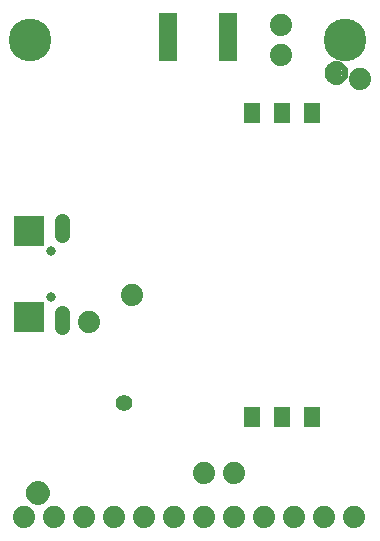
<source format=gbr>
G04 EAGLE Gerber RS-274X export*
G75*
%MOMM*%
%FSLAX34Y34*%
%LPD*%
%INSoldermask Bottom*%
%IPPOS*%
%AMOC8*
5,1,8,0,0,1.08239X$1,22.5*%
G01*
%ADD10C,0.801600*%
%ADD11R,2.601600X2.601600*%
%ADD12C,1.309600*%
%ADD13C,3.617600*%
%ADD14C,1.879600*%
%ADD15R,1.401600X1.801600*%
%ADD16C,1.401600*%
%ADD17R,1.625600X4.165600*%
%ADD18C,1.101600*%
%ADD19C,0.500000*%


D10*
X43180Y240480D03*
X43180Y201480D03*
D11*
X24180Y184980D03*
X24180Y256980D03*
D12*
X52180Y253980D02*
X52180Y266060D01*
X52180Y187980D02*
X52180Y175900D01*
D13*
X292100Y419100D03*
X25400Y419100D03*
D14*
X111760Y203200D03*
X304800Y386080D03*
X172720Y52070D03*
X198120Y52070D03*
D15*
X263940Y357100D03*
X238540Y357100D03*
X213140Y357100D03*
X213140Y100100D03*
X238540Y100100D03*
X263940Y100100D03*
D14*
X299720Y15240D03*
X274320Y15240D03*
X248920Y15240D03*
X223520Y15240D03*
X198120Y15240D03*
X172720Y15240D03*
X147320Y15240D03*
X121920Y15240D03*
X96520Y15240D03*
X71120Y15240D03*
X45720Y15240D03*
X20320Y15240D03*
X237490Y406400D03*
X237490Y431800D03*
D16*
X105000Y111760D03*
D14*
X74930Y180340D03*
D17*
X193040Y421640D03*
X142240Y421640D03*
D18*
X284480Y391160D03*
D19*
X291980Y391160D02*
X291978Y391341D01*
X291971Y391522D01*
X291960Y391703D01*
X291945Y391884D01*
X291925Y392064D01*
X291901Y392244D01*
X291873Y392423D01*
X291840Y392601D01*
X291803Y392778D01*
X291762Y392955D01*
X291717Y393130D01*
X291667Y393305D01*
X291613Y393478D01*
X291555Y393649D01*
X291493Y393820D01*
X291426Y393988D01*
X291356Y394155D01*
X291282Y394321D01*
X291203Y394484D01*
X291121Y394645D01*
X291035Y394805D01*
X290945Y394962D01*
X290851Y395117D01*
X290754Y395270D01*
X290652Y395420D01*
X290548Y395568D01*
X290439Y395714D01*
X290328Y395856D01*
X290212Y395996D01*
X290094Y396133D01*
X289972Y396268D01*
X289847Y396399D01*
X289719Y396527D01*
X289588Y396652D01*
X289453Y396774D01*
X289316Y396892D01*
X289176Y397008D01*
X289034Y397119D01*
X288888Y397228D01*
X288740Y397332D01*
X288590Y397434D01*
X288437Y397531D01*
X288282Y397625D01*
X288125Y397715D01*
X287965Y397801D01*
X287804Y397883D01*
X287641Y397962D01*
X287475Y398036D01*
X287308Y398106D01*
X287140Y398173D01*
X286969Y398235D01*
X286798Y398293D01*
X286625Y398347D01*
X286450Y398397D01*
X286275Y398442D01*
X286098Y398483D01*
X285921Y398520D01*
X285743Y398553D01*
X285564Y398581D01*
X285384Y398605D01*
X285204Y398625D01*
X285023Y398640D01*
X284842Y398651D01*
X284661Y398658D01*
X284480Y398660D01*
X284299Y398658D01*
X284118Y398651D01*
X283937Y398640D01*
X283756Y398625D01*
X283576Y398605D01*
X283396Y398581D01*
X283217Y398553D01*
X283039Y398520D01*
X282862Y398483D01*
X282685Y398442D01*
X282510Y398397D01*
X282335Y398347D01*
X282162Y398293D01*
X281991Y398235D01*
X281820Y398173D01*
X281652Y398106D01*
X281485Y398036D01*
X281319Y397962D01*
X281156Y397883D01*
X280995Y397801D01*
X280835Y397715D01*
X280678Y397625D01*
X280523Y397531D01*
X280370Y397434D01*
X280220Y397332D01*
X280072Y397228D01*
X279926Y397119D01*
X279784Y397008D01*
X279644Y396892D01*
X279507Y396774D01*
X279372Y396652D01*
X279241Y396527D01*
X279113Y396399D01*
X278988Y396268D01*
X278866Y396133D01*
X278748Y395996D01*
X278632Y395856D01*
X278521Y395714D01*
X278412Y395568D01*
X278308Y395420D01*
X278206Y395270D01*
X278109Y395117D01*
X278015Y394962D01*
X277925Y394805D01*
X277839Y394645D01*
X277757Y394484D01*
X277678Y394321D01*
X277604Y394155D01*
X277534Y393988D01*
X277467Y393820D01*
X277405Y393649D01*
X277347Y393478D01*
X277293Y393305D01*
X277243Y393130D01*
X277198Y392955D01*
X277157Y392778D01*
X277120Y392601D01*
X277087Y392423D01*
X277059Y392244D01*
X277035Y392064D01*
X277015Y391884D01*
X277000Y391703D01*
X276989Y391522D01*
X276982Y391341D01*
X276980Y391160D01*
X276982Y390979D01*
X276989Y390798D01*
X277000Y390617D01*
X277015Y390436D01*
X277035Y390256D01*
X277059Y390076D01*
X277087Y389897D01*
X277120Y389719D01*
X277157Y389542D01*
X277198Y389365D01*
X277243Y389190D01*
X277293Y389015D01*
X277347Y388842D01*
X277405Y388671D01*
X277467Y388500D01*
X277534Y388332D01*
X277604Y388165D01*
X277678Y387999D01*
X277757Y387836D01*
X277839Y387675D01*
X277925Y387515D01*
X278015Y387358D01*
X278109Y387203D01*
X278206Y387050D01*
X278308Y386900D01*
X278412Y386752D01*
X278521Y386606D01*
X278632Y386464D01*
X278748Y386324D01*
X278866Y386187D01*
X278988Y386052D01*
X279113Y385921D01*
X279241Y385793D01*
X279372Y385668D01*
X279507Y385546D01*
X279644Y385428D01*
X279784Y385312D01*
X279926Y385201D01*
X280072Y385092D01*
X280220Y384988D01*
X280370Y384886D01*
X280523Y384789D01*
X280678Y384695D01*
X280835Y384605D01*
X280995Y384519D01*
X281156Y384437D01*
X281319Y384358D01*
X281485Y384284D01*
X281652Y384214D01*
X281820Y384147D01*
X281991Y384085D01*
X282162Y384027D01*
X282335Y383973D01*
X282510Y383923D01*
X282685Y383878D01*
X282862Y383837D01*
X283039Y383800D01*
X283217Y383767D01*
X283396Y383739D01*
X283576Y383715D01*
X283756Y383695D01*
X283937Y383680D01*
X284118Y383669D01*
X284299Y383662D01*
X284480Y383660D01*
X284661Y383662D01*
X284842Y383669D01*
X285023Y383680D01*
X285204Y383695D01*
X285384Y383715D01*
X285564Y383739D01*
X285743Y383767D01*
X285921Y383800D01*
X286098Y383837D01*
X286275Y383878D01*
X286450Y383923D01*
X286625Y383973D01*
X286798Y384027D01*
X286969Y384085D01*
X287140Y384147D01*
X287308Y384214D01*
X287475Y384284D01*
X287641Y384358D01*
X287804Y384437D01*
X287965Y384519D01*
X288125Y384605D01*
X288282Y384695D01*
X288437Y384789D01*
X288590Y384886D01*
X288740Y384988D01*
X288888Y385092D01*
X289034Y385201D01*
X289176Y385312D01*
X289316Y385428D01*
X289453Y385546D01*
X289588Y385668D01*
X289719Y385793D01*
X289847Y385921D01*
X289972Y386052D01*
X290094Y386187D01*
X290212Y386324D01*
X290328Y386464D01*
X290439Y386606D01*
X290548Y386752D01*
X290652Y386900D01*
X290754Y387050D01*
X290851Y387203D01*
X290945Y387358D01*
X291035Y387515D01*
X291121Y387675D01*
X291203Y387836D01*
X291282Y387999D01*
X291356Y388165D01*
X291426Y388332D01*
X291493Y388500D01*
X291555Y388671D01*
X291613Y388842D01*
X291667Y389015D01*
X291717Y389190D01*
X291762Y389365D01*
X291803Y389542D01*
X291840Y389719D01*
X291873Y389897D01*
X291901Y390076D01*
X291925Y390256D01*
X291945Y390436D01*
X291960Y390617D01*
X291971Y390798D01*
X291978Y390979D01*
X291980Y391160D01*
D18*
X31750Y35560D03*
D19*
X39250Y35560D02*
X39248Y35741D01*
X39241Y35922D01*
X39230Y36103D01*
X39215Y36284D01*
X39195Y36464D01*
X39171Y36644D01*
X39143Y36823D01*
X39110Y37001D01*
X39073Y37178D01*
X39032Y37355D01*
X38987Y37530D01*
X38937Y37705D01*
X38883Y37878D01*
X38825Y38049D01*
X38763Y38220D01*
X38696Y38388D01*
X38626Y38555D01*
X38552Y38721D01*
X38473Y38884D01*
X38391Y39045D01*
X38305Y39205D01*
X38215Y39362D01*
X38121Y39517D01*
X38024Y39670D01*
X37922Y39820D01*
X37818Y39968D01*
X37709Y40114D01*
X37598Y40256D01*
X37482Y40396D01*
X37364Y40533D01*
X37242Y40668D01*
X37117Y40799D01*
X36989Y40927D01*
X36858Y41052D01*
X36723Y41174D01*
X36586Y41292D01*
X36446Y41408D01*
X36304Y41519D01*
X36158Y41628D01*
X36010Y41732D01*
X35860Y41834D01*
X35707Y41931D01*
X35552Y42025D01*
X35395Y42115D01*
X35235Y42201D01*
X35074Y42283D01*
X34911Y42362D01*
X34745Y42436D01*
X34578Y42506D01*
X34410Y42573D01*
X34239Y42635D01*
X34068Y42693D01*
X33895Y42747D01*
X33720Y42797D01*
X33545Y42842D01*
X33368Y42883D01*
X33191Y42920D01*
X33013Y42953D01*
X32834Y42981D01*
X32654Y43005D01*
X32474Y43025D01*
X32293Y43040D01*
X32112Y43051D01*
X31931Y43058D01*
X31750Y43060D01*
X31569Y43058D01*
X31388Y43051D01*
X31207Y43040D01*
X31026Y43025D01*
X30846Y43005D01*
X30666Y42981D01*
X30487Y42953D01*
X30309Y42920D01*
X30132Y42883D01*
X29955Y42842D01*
X29780Y42797D01*
X29605Y42747D01*
X29432Y42693D01*
X29261Y42635D01*
X29090Y42573D01*
X28922Y42506D01*
X28755Y42436D01*
X28589Y42362D01*
X28426Y42283D01*
X28265Y42201D01*
X28105Y42115D01*
X27948Y42025D01*
X27793Y41931D01*
X27640Y41834D01*
X27490Y41732D01*
X27342Y41628D01*
X27196Y41519D01*
X27054Y41408D01*
X26914Y41292D01*
X26777Y41174D01*
X26642Y41052D01*
X26511Y40927D01*
X26383Y40799D01*
X26258Y40668D01*
X26136Y40533D01*
X26018Y40396D01*
X25902Y40256D01*
X25791Y40114D01*
X25682Y39968D01*
X25578Y39820D01*
X25476Y39670D01*
X25379Y39517D01*
X25285Y39362D01*
X25195Y39205D01*
X25109Y39045D01*
X25027Y38884D01*
X24948Y38721D01*
X24874Y38555D01*
X24804Y38388D01*
X24737Y38220D01*
X24675Y38049D01*
X24617Y37878D01*
X24563Y37705D01*
X24513Y37530D01*
X24468Y37355D01*
X24427Y37178D01*
X24390Y37001D01*
X24357Y36823D01*
X24329Y36644D01*
X24305Y36464D01*
X24285Y36284D01*
X24270Y36103D01*
X24259Y35922D01*
X24252Y35741D01*
X24250Y35560D01*
X24252Y35379D01*
X24259Y35198D01*
X24270Y35017D01*
X24285Y34836D01*
X24305Y34656D01*
X24329Y34476D01*
X24357Y34297D01*
X24390Y34119D01*
X24427Y33942D01*
X24468Y33765D01*
X24513Y33590D01*
X24563Y33415D01*
X24617Y33242D01*
X24675Y33071D01*
X24737Y32900D01*
X24804Y32732D01*
X24874Y32565D01*
X24948Y32399D01*
X25027Y32236D01*
X25109Y32075D01*
X25195Y31915D01*
X25285Y31758D01*
X25379Y31603D01*
X25476Y31450D01*
X25578Y31300D01*
X25682Y31152D01*
X25791Y31006D01*
X25902Y30864D01*
X26018Y30724D01*
X26136Y30587D01*
X26258Y30452D01*
X26383Y30321D01*
X26511Y30193D01*
X26642Y30068D01*
X26777Y29946D01*
X26914Y29828D01*
X27054Y29712D01*
X27196Y29601D01*
X27342Y29492D01*
X27490Y29388D01*
X27640Y29286D01*
X27793Y29189D01*
X27948Y29095D01*
X28105Y29005D01*
X28265Y28919D01*
X28426Y28837D01*
X28589Y28758D01*
X28755Y28684D01*
X28922Y28614D01*
X29090Y28547D01*
X29261Y28485D01*
X29432Y28427D01*
X29605Y28373D01*
X29780Y28323D01*
X29955Y28278D01*
X30132Y28237D01*
X30309Y28200D01*
X30487Y28167D01*
X30666Y28139D01*
X30846Y28115D01*
X31026Y28095D01*
X31207Y28080D01*
X31388Y28069D01*
X31569Y28062D01*
X31750Y28060D01*
X31931Y28062D01*
X32112Y28069D01*
X32293Y28080D01*
X32474Y28095D01*
X32654Y28115D01*
X32834Y28139D01*
X33013Y28167D01*
X33191Y28200D01*
X33368Y28237D01*
X33545Y28278D01*
X33720Y28323D01*
X33895Y28373D01*
X34068Y28427D01*
X34239Y28485D01*
X34410Y28547D01*
X34578Y28614D01*
X34745Y28684D01*
X34911Y28758D01*
X35074Y28837D01*
X35235Y28919D01*
X35395Y29005D01*
X35552Y29095D01*
X35707Y29189D01*
X35860Y29286D01*
X36010Y29388D01*
X36158Y29492D01*
X36304Y29601D01*
X36446Y29712D01*
X36586Y29828D01*
X36723Y29946D01*
X36858Y30068D01*
X36989Y30193D01*
X37117Y30321D01*
X37242Y30452D01*
X37364Y30587D01*
X37482Y30724D01*
X37598Y30864D01*
X37709Y31006D01*
X37818Y31152D01*
X37922Y31300D01*
X38024Y31450D01*
X38121Y31603D01*
X38215Y31758D01*
X38305Y31915D01*
X38391Y32075D01*
X38473Y32236D01*
X38552Y32399D01*
X38626Y32565D01*
X38696Y32732D01*
X38763Y32900D01*
X38825Y33071D01*
X38883Y33242D01*
X38937Y33415D01*
X38987Y33590D01*
X39032Y33765D01*
X39073Y33942D01*
X39110Y34119D01*
X39143Y34297D01*
X39171Y34476D01*
X39195Y34656D01*
X39215Y34836D01*
X39230Y35017D01*
X39241Y35198D01*
X39248Y35379D01*
X39250Y35560D01*
M02*

</source>
